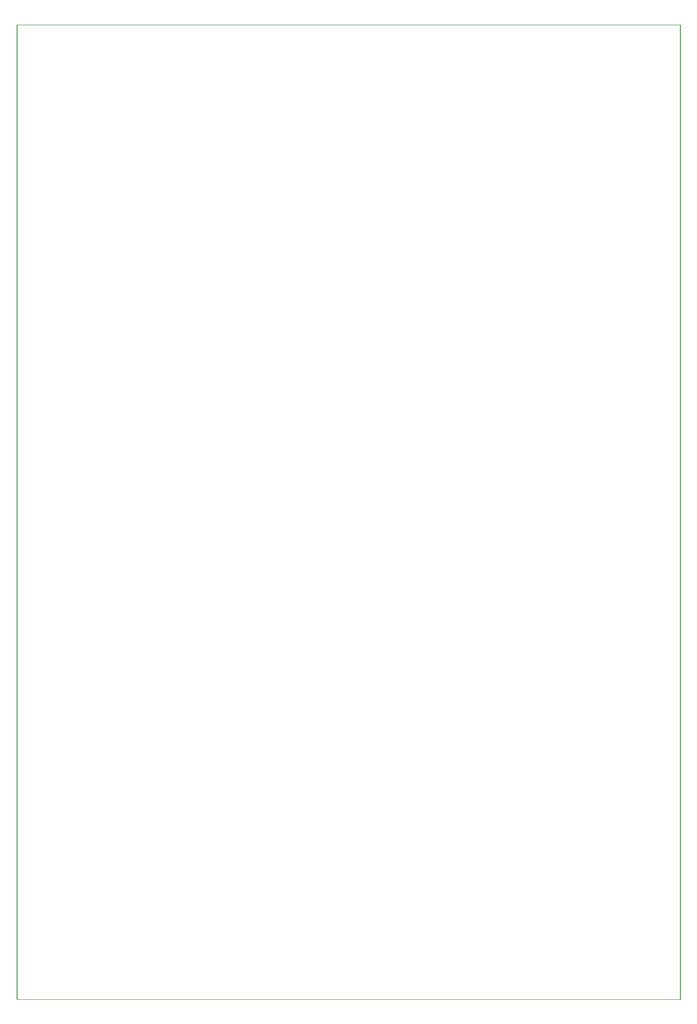
<source format=gbr>
G04 #@! TF.GenerationSoftware,KiCad,Pcbnew,(5.0.2)-1*
G04 #@! TF.CreationDate,2019-05-10T13:14:30+02:00*
G04 #@! TF.ProjectId,logika_main,6c6f6769-6b61-45f6-9d61-696e2e6b6963,rev?*
G04 #@! TF.SameCoordinates,Original*
G04 #@! TF.FileFunction,Profile,NP*
%FSLAX46Y46*%
G04 Gerber Fmt 4.6, Leading zero omitted, Abs format (unit mm)*
G04 Created by KiCad (PCBNEW (5.0.2)-1) date 10.05.2019 13:14:30*
%MOMM*%
%LPD*%
G01*
G04 APERTURE LIST*
%ADD10C,0.100000*%
%ADD11C,0.200000*%
G04 APERTURE END LIST*
D10*
X143494000Y-196896000D02*
X18494000Y-196896000D01*
D11*
X18494000Y-196896000D02*
X18494000Y-13396000D01*
X143494000Y-13396000D02*
X143494000Y-196896000D01*
D10*
X18494000Y-13396000D02*
X143494000Y-13396000D01*
M02*

</source>
